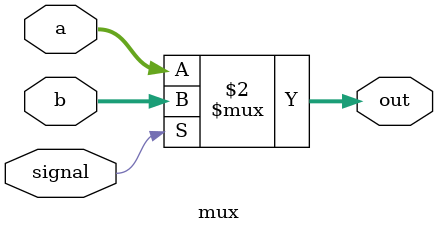
<source format=v>
module mux(
    input signal,
    input [31: 0] a, b,

    output [31: 0] out
);

assign out = (signal == 0) ? a : b;

endmodule


</source>
